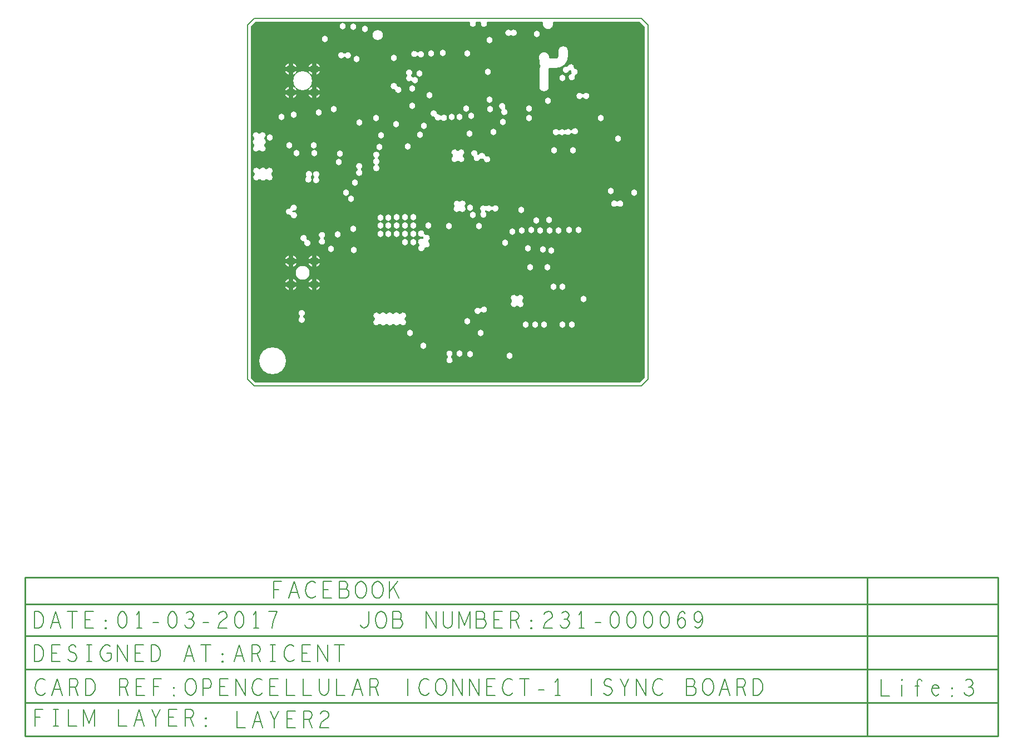
<source format=gbr>
G04 ================== begin FILE IDENTIFICATION RECORD ==================*
G04 Layout Name:  Fb_Connect1_SYNC_Life-3.brd*
G04 Film Name:    L2-GND.gbr*
G04 File Format:  Gerber RS274X*
G04 File Origin:  Cadence Allegro 16.6-2015-S065*
G04 Origin Date:  Tue Jan 03 17:02:02 2017*
G04 *
G04 Layer:  VIA CLASS/GND*
G04 Layer:  PIN/GND*
G04 Layer:  ETCH/GND*
G04 Layer:  DRAWING FORMAT/L2*
G04 Layer:  DRAWING FORMAT/FILM_LABEL_OUTLINE*
G04 Layer:  BOARD GEOMETRY/OUTLINE*
G04 *
G04 Offset:    (0.000 0.000)*
G04 Mirror:    No*
G04 Mode:      Positive*
G04 Rotation:  0*
G04 FullContactRelief:  No*
G04 UndefLineWidth:     6.000*
G04 ================== end FILE IDENTIFICATION RECORD ====================*
%FSLAX25Y25*MOIN*%
%IR0*IPPOS*OFA0.00000B0.00000*MIA0B0*SFA1.00000B1.00000*%
%ADD12C,.208661*%
%ADD13C,.314961*%
%ADD11C,.022*%
%ADD10C,.053*%
%ADD14C,.01*%
%ADD15C,.025*%
%ADD16C,.006*%
%ADD20C,.113004*%
%ADD22C,.160004*%
%ADD18C,.062004*%
%ADD19C,.073004*%
%ADD21C,.083004*%
%ADD17C,.038004*%
G75*
%LPD*%
G75*
G36*
G01X139629Y218000D02*
G02X139997Y217443I0J-400D01*
G03X143495I1749J-743D01*
G02X143863Y218000I368J156D01*
G01X176817D01*
G02X177204Y217497I0J-400D01*
G03X183196I2996J-797D01*
G02X183583Y218000I387J103D01*
G01X235171D01*
X238000Y215171D01*
Y4829D01*
X235171Y2000D01*
X4829D01*
X2000Y4829D01*
Y215171D01*
X4829Y218000D01*
X133048D01*
G02X133416Y217443I0J-400D01*
G03X136914I1749J-743D01*
G02X137282Y218000I368J156D01*
G01X139629D01*
G37*
%LPC*%
G75*
G36*
G01X122163Y17014D02*
G02X120190I-987J-1624D01*
G03Y17697I-208J342D01*
G02X122163I987J1624D01*
G03Y17014I208J-342D01*
G37*
G36*
G01X79029Y37151D02*
G02X76438Y39742I-1652J939D01*
G03Y40438I-198J348D01*
G02X79029Y43028I939J1652D01*
G03X79724I348J198D01*
G02X83029I1652J-939D01*
G03X83724I348J198D01*
G02X87029I1652J-939D01*
G03X87724I348J198D01*
G02X91029I1652J-939D01*
G03X91724I348J198D01*
G02X94315Y40438I1652J-939D01*
G03Y39742I198J-348D01*
G02X91724Y37151I-939J-1652D01*
G03X91029I-348J-198D01*
G02X87724I-1652J939D01*
G03X87029I-348J-198D01*
G02X83724I-1652J939D01*
G03X83029I-348J-198D01*
G02X79724I-1652J939D01*
G03X79029I-348J-198D01*
G37*
G36*
G01X33539Y41252D02*
G02X31661I-939J-1652D01*
G03Y41948I-198J348D01*
G02X33539I939J1652D01*
G03Y41252I198J-348D01*
G37*
G36*
G01X161379Y47992D02*
G02X158612Y50507I-1611J1008D01*
G03X158600Y51151I-244J317D01*
G02X161311Y53708I1100J1549D01*
G03X161989I339J212D01*
G02X164757Y51193I1611J-1008D01*
G03X164769Y50549I244J-317D01*
G02X162058Y47992I-1100J-1549D01*
G03X161379I-339J-212D01*
G37*
G36*
G01X106200Y82536D02*
G02X103116Y83986I-1900J-36D01*
G03X103094Y84628I-249J313D01*
G02X105063Y87871I1082J1562D01*
G03X105641Y88307I187J354D01*
G02X105637Y89074I1859J393D01*
G03X105059Y89507I-392J79D01*
G02X106040Y90816I-882J1683D01*
G03X106618Y90383I392J-79D01*
G02X108396Y87024I882J-1683D01*
G03X108379Y86329I189J-353D01*
G02X106739Y82918I-979J-1629D01*
G03X106200Y82536I-139J-375D01*
G37*
G36*
G01X45803Y88026D02*
G02X43771Y88010I-1003J-1614D01*
G03X43766Y88686I-217J336D01*
G02X45797Y88702I1003J1614D01*
G03X45803Y88026I217J-336D01*
G37*
G36*
G01X142596Y104152D02*
G02X140239Y104021I-1096J-1552D01*
G03X140204Y104648I-265J299D01*
G02X142653Y107534I1096J1552D01*
G03X143239Y107552I285J281D01*
G02X146321Y107239I1430J-1252D01*
G03X147016I348J198D01*
G02Y105361I1652J-939D01*
G03X146321I-348J-198D01*
G02X143316Y104966I-1652J939D01*
G03X142730Y104948I-285J-281D01*
G02X142561Y104779I-1430J1251D01*
G03X142596Y104152I265J-299D01*
G37*
G36*
G01X7052Y123861D02*
G02X4461Y126452I-1652J939D01*
G03Y127148I-198J348D01*
G02X7052Y129739I939J1652D01*
G03X7748I348J198D01*
G02X11052I1652J-939D01*
G03X11748I348J198D01*
G02X14339Y127148I1652J-939D01*
G03Y126452I198J-348D01*
G02X11748Y123861I-939J-1652D01*
G03X11052I-348J-198D01*
G02X7748I-1652J939D01*
G03X7052I-348J-198D01*
G37*
G36*
G01X68039Y129252D02*
G02X66161I-939J-1652D01*
G03Y129948I-198J348D01*
G02X68039I939J1652D01*
G03Y129252I198J-348D01*
G37*
G36*
G01X78239Y132052D02*
G02X76361I-939J-1652D01*
G03Y132748I-198J348D01*
G02Y136052I939J1652D01*
G03Y136748I-198J348D01*
G02X78239I939J1652D01*
G03Y136052I198J-348D01*
G02Y132748I-939J-1652D01*
G03Y132052I198J-348D01*
G37*
G36*
G01X125852Y134861D02*
G02X123261Y137452I-1652J939D01*
G03Y138148I-198J348D01*
G02X125852Y140739I939J1652D01*
G03X126548I348J198D01*
G02X129139Y138148I1652J-939D01*
G03Y137452I198J-348D01*
G02X126548Y134861I-939J-1652D01*
G03X125852I-348J-198D01*
G37*
G36*
G01X6852Y141161D02*
G02X4261Y143752I-1652J939D01*
G03Y144448I-198J348D01*
G02Y147752I939J1652D01*
G03Y148448I-198J348D01*
G02X6852Y151039I939J1652D01*
G03X7548I348J198D01*
G02X10139Y148448I1652J-939D01*
G03Y147752I198J-348D01*
G02Y144448I-939J-1652D01*
G03Y143752I198J-348D01*
G02X7548Y141161I-939J-1652D01*
G03X6852I-348J-198D01*
G37*
G36*
G01X186428Y150771D02*
G02Y153029I-1528J1129D01*
G03X187072I322J238D01*
G02X190022Y153161I1528J-1129D01*
G03X190648Y153196I299J265D01*
G02X193831Y153074I1552J-1096D01*
G03X194544Y153127I343J205D01*
G02X194669Y151426I1756J-727D01*
G03X193956Y151373I-343J-205D01*
G02X190778Y150839I-1756J727D01*
G03X190152Y150804I-299J-265D01*
G02X187072Y150771I-1552J1096D01*
G03X186428I-322J-238D01*
G37*
G36*
G01X200752Y172661D02*
G02Y174539I-1652J939D01*
G03X201448I348J198D01*
G02Y172661I1652J-939D01*
G03X200752I-348J-198D01*
G37*
G36*
G01X58671Y198879D02*
G02X58624Y197004I1629J-979D01*
G03X57929Y197021I-353J-189D01*
G02X57976Y198896I-1629J979D01*
G03X58671Y198879I353J189D01*
G37*
G36*
G01X102457Y199565D02*
G02X102357Y197600I1574J-1065D01*
G03X101674Y197635I-352J-189D01*
G02X101774Y199600I-1574J1065D01*
G03X102457Y199565I352J189D01*
G37*
G36*
G01X140453Y44322D02*
G03X139806Y44191I-279J-287D01*
G02X139380Y46290I-1751J738D01*
G03X140028Y46422I279J287D01*
G02X140453Y44322I1751J-738D01*
G37*
G36*
G01X35587Y87948D02*
G03X35975Y87432I383J-116D01*
G02X34182Y86084I25J-1900D01*
G03X33794Y86600I-383J116D01*
G02X35587Y87948I-25J1900D01*
G37*
G36*
G01X26001Y102125D02*
G03X25480Y102490I-400J-16D01*
G02X25401Y106133I-580J1810D01*
G03X25906Y106550I106J386D01*
G02X27299Y104867I1894J150D01*
G03X26794Y104450I-106J-386D01*
G02X26799Y104375I-1894J-149D01*
G03X27320Y104010I400J16D01*
G02X26001Y102125I580J-1810D01*
G37*
G36*
G01X127496Y104720D02*
G03X126904I-296J-269D01*
G02X124102Y107287I-1404J1280D01*
G03X124120Y107809I-294J271D01*
G02X126923Y110364I1480J1191D01*
G03X127497Y110381I278J287D01*
G02X130304Y107820I1403J-1281D01*
G03Y107280I296J-269D01*
G02X127496Y104720I-1404J-1280D01*
G37*
G36*
G01X221966Y107867D02*
G03X221358I-304J-260D01*
G02Y110333I-1446J1233D01*
G03X221966I304J260D01*
G02Y107867I1446J-1233D01*
G37*
G36*
G01X42491Y125219D02*
G03X42473Y124610I251J-312D01*
G02X40009Y124681I-1273J-1410D01*
G03X40027Y125290I-251J312D01*
G02X42491Y125219I1273J1410D01*
G37*
G36*
G01X35370Y125049D02*
G03X35422Y125605I-259J305D01*
G02X38130Y125351I1478J1195D01*
G03X38078Y124795I259J-305D01*
G02X35370Y125049I-1478J-1195D01*
G37*
G36*
G01X135715Y136977D02*
G03X135450Y137481I-381J121D01*
G02X137810Y138723I551J1819D01*
G03X138076Y138219I381J-121D01*
G02X138286Y138141I-550J-1819D01*
G03X138821Y138367I160J367D01*
G02X142496Y137828I1779J-667D01*
G03X143035Y137480I399J27D01*
G02X141804Y135572I665J-1780D01*
G03X141265Y135920I-399J-27D01*
G02X139839Y135959I-665J1780D01*
G03X139304Y135733I-160J-367D01*
G02X135715Y136977I-1779J667D01*
G37*
G36*
G01X115752Y161796D02*
G03X116378Y161761I327J231D01*
G02X116248Y159404I1422J-1261D01*
G03X115622Y159439I-327J-231D01*
G02X112302Y160790I-1422J1261D01*
G03X111867Y161207I-400J19D01*
G02X113598Y163010I-167J1893D01*
G03X114033Y162593I400J-19D01*
G02X115752Y161796I167J-1893D01*
G37*
G36*
G01X154328Y166422D02*
G03X154547Y165820I335J-219D01*
G02X152410Y165040I-547J-1820D01*
G03X152190Y165642I-335J219D01*
G02X154328Y166422I547J1820D01*
G37*
G36*
G01X89699Y179554D02*
G03X90169Y179171I400J11D01*
G02X88601Y177246I331J-1871D01*
G03X88131Y177629I-400J-11D01*
G02X89699Y179554I-331J1871D01*
G37*
G36*
G01X180631Y189700D02*
Y179100D01*
G02X175030I-2800J0D01*
G01Y189700D01*
G02X175686Y191500I2800J0D01*
G02X175030Y193300I2145J1800D01*
G01Y195300D01*
G02X180929Y196511I2800J1330D01*
G03X181350Y196096I400J-15D01*
G02X181501Y196100I151J-2796D01*
G01X185521D01*
G03X186111Y196345I0J835D01*
G03X186500Y197283I-938J938D01*
G01Y200598D01*
G02X192100I2800J0D01*
G01Y197283D01*
G02X190071Y192385I-6927J0D01*
G02X185521Y190500I-4551J4551D01*
G01X181501D01*
G02X181063Y190534I0J2800D01*
G03X180604Y190084I-62J-395D01*
G02X180631Y189700I-2774J-384D01*
G37*
G36*
G01X98801Y184806D02*
G03X99410Y184606I379J128D01*
G02X98699Y182444I1090J-1556D01*
G03X98090Y182644I-379J-128D01*
G02X95720Y185604I-1090J1556D01*
G03Y186196I-269J296D01*
G02X98280I1280J1404D01*
G03Y185604I269J-296D01*
G02X98801Y184806I-1280J-1404D01*
G37*
G36*
G01X196494Y186141D02*
G03X196211Y185590I83J-391D01*
G02X194074Y186690I-1742J-759D01*
G03X194358Y187241I-83J391D01*
G02X194236Y188372I1742J759D01*
G03X193845Y188850I-392J78D01*
G02X193241Y188950I5J1900D01*
G03X192728Y188681I-128J-379D01*
G02X191509Y191000I-1828J519D01*
G03X192022Y191269I128J379D01*
G02X195714Y190378I1828J-519D01*
G03X196105Y189900I392J-78D01*
G02X196494Y186141I-5J-1900D01*
G37*
G36*
G01X158320Y209996D02*
G03X157780I-269J-296D01*
G02Y212804I-1281J1404D01*
G03X158320I269J296D01*
G02Y209996I1281J-1404D01*
G37*
G54D20*
X33068Y182858D03*
G54D22*
X15000Y15000D03*
G54D18*
X78069Y209900D03*
G54D19*
X40076Y189865D03*
Y175850D03*
Y74550D03*
Y60535D03*
X26061Y189865D03*
Y175850D03*
Y74550D03*
Y60535D03*
G54D21*
X33068Y67542D03*
G54D17*
X231811Y115689D03*
X211980Y160247D03*
X222200Y147900D03*
X217772Y116800D03*
X195190Y140988D03*
X198331Y93300D03*
X201370Y51970D03*
X194468Y36700D03*
X180000Y170612D03*
X188968Y184400D03*
X183968Y140988D03*
X180978Y99222D03*
X192731Y93300D03*
X181031Y93000D03*
X186531D03*
X179689Y70911D03*
X182248Y81052D03*
X183500Y59500D03*
X188700Y59300D03*
X177968Y36700D03*
X188968D03*
X173531Y210750D03*
X168957Y166153D03*
Y160247D03*
X164031Y105506D03*
X170031Y93300D03*
X164431Y93000D03*
X175531D03*
X173300Y99124D03*
X169453Y70947D03*
X177130Y81600D03*
X168100Y82450D03*
X166968Y36700D03*
X172468D03*
X145200Y207068D03*
X144200Y188100D03*
X145000Y171300D03*
X153100Y158200D03*
X147631Y151931D03*
X145481Y165600D03*
X154532Y85732D03*
X158931Y92500D03*
X157158Y18090D03*
X131950Y198900D03*
X134000Y161800D03*
X131100Y166000D03*
X127200Y161200D03*
X133200Y150900D03*
X135200Y102300D03*
X133550Y106750D03*
X138831Y95818D03*
X131777Y38790D03*
X133377Y18990D03*
X139911Y31624D03*
X127177Y19321D03*
X110300Y198900D03*
X117100Y199400D03*
X122600Y161200D03*
X120831Y95818D03*
X103300Y186900D03*
X98700Y178200D03*
Y167700D03*
X109300Y174000D03*
X105800Y155820D03*
X96235Y143235D03*
X103382Y150462D03*
X99477Y100890D03*
X94477D03*
X108418Y96182D03*
X99577Y86190D03*
X94477Y96190D03*
X99477D03*
X94477Y91190D03*
X99477D03*
X94377Y86190D03*
X105434Y23965D03*
X97600Y31700D03*
X87700Y196300D03*
X77144Y160456D03*
X89000Y156800D03*
X79068Y143000D03*
X80136Y150100D03*
X84477Y100590D03*
X89477Y100890D03*
X79977Y100590D03*
X84477Y95890D03*
X89477Y96190D03*
Y91190D03*
X79977D03*
X84477D03*
X79977Y95890D03*
X63550Y215000D03*
X70500Y213600D03*
X65600Y195600D03*
X67200Y157800D03*
X64400Y121600D03*
X62005Y112125D03*
X59300Y115753D03*
X63400Y93950D03*
X63700Y81500D03*
X57224Y215224D03*
X46500Y207800D03*
X51770Y165630D03*
X42717Y163783D03*
X54950Y133950D03*
X55400Y138950D03*
X54100Y90700D03*
X50269Y82100D03*
X27724Y162500D03*
X39887Y143900D03*
X25300Y143950D03*
X40000Y139500D03*
X29500D03*
X20500Y161000D03*
X13500Y148600D03*
%LPD*%
G75*
G54D10*
X26061Y60535D03*
Y74550D03*
Y175850D03*
Y189865D03*
X40076Y60535D03*
Y74550D03*
Y175850D03*
Y189865D03*
G54D11*
X14537Y99900D03*
X14300Y95132D03*
X14537Y104900D03*
Y109900D03*
Y114900D03*
Y119900D03*
Y134900D03*
Y139900D03*
X11368Y137868D03*
X11868Y157932D03*
X15500Y158500D03*
X38527Y13808D03*
X38500Y42900D03*
X28047Y91100D03*
X40968Y110300D03*
Y115300D03*
X37968Y112800D03*
X29800Y125200D03*
X26000Y138000D03*
X37000D03*
X40500Y150900D03*
X32000Y161500D03*
X40500Y160000D03*
X36217Y155402D03*
X49527Y13803D03*
X51140Y104870D03*
X53700Y102500D03*
X51700Y131450D03*
X55737Y125316D03*
X52050Y126450D03*
X51900Y150300D03*
X51050Y141450D03*
X51750Y136450D03*
X54824Y162861D03*
X51900Y155300D03*
X50250Y178660D03*
X56220Y178560D03*
X54824Y174476D03*
X57800Y187230D03*
X50501Y190500D03*
X73700Y94100D03*
X68300Y93800D03*
X65900Y112300D03*
X69800Y116200D03*
X69300Y148800D03*
X72605Y145850D03*
X67650Y139350D03*
X70800Y160800D03*
X66000Y153100D03*
X74700Y153700D03*
X75700Y172800D03*
X70860Y178810D03*
X75705Y178905D03*
X65038Y190500D03*
X75370Y187320D03*
X88877Y66064D03*
X83677Y65990D03*
X78877Y66090D03*
X81700Y133400D03*
X88500Y133000D03*
X84200Y121200D03*
X80000Y117200D03*
X81700Y140000D03*
X86700Y141100D03*
X81700Y159800D03*
X80105Y153850D03*
X81739Y182858D03*
X86600Y175900D03*
X86950Y169550D03*
X90300Y201100D03*
X76320Y191050D03*
X86500Y193000D03*
X77000Y195600D03*
X86515Y189985D03*
X92000Y216600D03*
X86000Y209400D03*
X90200Y209700D03*
X100677Y22321D03*
X104868Y27900D03*
X103268Y37183D03*
X94468Y66000D03*
X108177Y52743D03*
X104577Y69037D03*
X100518Y143999D03*
X98600Y154850D03*
X98700Y173350D03*
X95200Y178100D03*
X107200Y199900D03*
X96210Y201180D03*
X102000Y216600D03*
X108300Y210200D03*
X103500Y210100D03*
X99487Y210187D03*
X115679Y10340D03*
X119877Y30258D03*
X123900Y41300D03*
X119500Y38200D03*
X123600Y38300D03*
X119500Y41200D03*
X112588Y48899D03*
X116076Y52857D03*
X126415Y53390D03*
X114831Y95792D03*
X119250Y151200D03*
X115250D03*
X111250D03*
X121000Y169800D03*
X117500Y173300D03*
X124500D03*
X117500Y169800D03*
X124500D03*
X121000Y173300D03*
X113500Y199500D03*
X120631D03*
X122000Y216600D03*
X112000D03*
X112900Y210100D03*
X121000Y210200D03*
X124500D03*
X117500Y210400D03*
X129327Y50290D03*
X138027Y50643D03*
X126868Y95792D03*
X132468D03*
X127831Y118700D03*
X128000Y122000D03*
X127100Y151400D03*
X135100Y200060D03*
X139600Y198700D03*
X131000Y216600D03*
X138500Y209600D03*
X147045Y27190D03*
X147930Y33000D03*
X144668Y95792D03*
X152131D03*
X155600Y95700D03*
X148900Y119100D03*
X152931Y141288D03*
X145481Y159950D03*
X145600Y155600D03*
X150200Y155300D03*
X147300Y198300D03*
X149062Y195738D03*
X145720Y216700D03*
X149505Y216600D03*
X153305Y216700D03*
X163600Y29900D03*
X160968Y36700D03*
X160668Y63400D03*
X168957Y154247D03*
X167600Y172900D03*
X171768Y195738D03*
X162336D03*
X167397Y211100D03*
X183468Y36700D03*
X192484Y71016D03*
X189468Y140988D03*
X193668Y165800D03*
X186668D03*
X190268Y163200D03*
X193668Y160800D03*
X186668D03*
X182831Y173000D03*
X193713Y197813D03*
X182887D03*
X193713Y215587D03*
X184700Y216800D03*
X208400Y52000D03*
X207825Y55675D03*
X204280Y93162D03*
X201800Y140900D03*
X200190Y185012D03*
X222000Y76000D03*
X223331Y68331D03*
X219000Y98300D03*
X215789Y106211D03*
X226742Y129958D03*
X211869Y138532D03*
X211980Y166153D03*
X212000Y153200D03*
X223080Y155890D03*
G54D12*
X79218Y19728D03*
X177643D03*
G54D13*
X218400Y21600D03*
Y198400D03*
G54D14*
G01X-133069Y-114500D02*
X371600D01*
Y-209700D01*
X-133069D01*
G01Y-114500D02*
Y-209700D01*
G01Y-189700D02*
X449900D01*
G01X-133069Y-169700D02*
X449900D01*
G01X-133069Y-149700D02*
X449900D01*
G01X-133069Y-130500D02*
X449900D01*
G01X371600Y-114500D02*
X449900D01*
Y-209700D01*
X371600D01*
G54D15*
G01X22210Y60535D02*
X26061D01*
G01X22210Y74550D02*
X26061D01*
G01X22210Y175850D02*
X26061D01*
G01X22210Y189865D02*
X26061D01*
G01X40076Y56684D02*
Y60535D01*
G01D02*
Y64385D01*
G01X36226Y60535D02*
X40076D01*
G01D02*
X43927D01*
G01X26061Y56684D02*
Y60535D01*
G01D02*
Y64385D01*
G01Y60535D02*
X29911D01*
G01X40076Y70700D02*
Y74550D01*
G01D02*
Y78401D01*
G01X36226Y74550D02*
X40076D01*
G01D02*
X43927D01*
G01X26061Y70700D02*
Y74550D01*
G01D02*
Y78401D01*
G01Y74550D02*
X29911D01*
G01X40076Y171999D02*
Y175850D01*
G01D02*
Y179700D01*
G01X36226Y175850D02*
X40076D01*
G01D02*
X43927D01*
G01X26061Y171999D02*
Y175850D01*
G01D02*
Y179700D01*
G01Y175850D02*
X29911D01*
G01X40076Y186015D02*
Y189865D01*
G01D02*
Y193716D01*
G01X36226Y189865D02*
X40076D01*
G01D02*
X43927D01*
G01X26061Y186015D02*
Y189865D01*
G01D02*
Y193716D01*
G01Y189865D02*
X29911D01*
G54D16*
G01X-127194Y-203500D02*
Y-193500D01*
X-122444D01*
G01X-124194Y-198333D02*
X-127194D01*
G01X-116319Y-193500D02*
X-113320D01*
G01X-114819D02*
Y-203500D01*
G01X-116319D02*
X-113320D01*
G01X-107319Y-193500D02*
Y-203500D01*
X-102319D01*
G01X-98069D02*
Y-193500D01*
X-94819Y-201833D01*
X-91569Y-193500D01*
Y-203500D01*
G01X-77319Y-193500D02*
Y-203500D01*
X-72319D01*
G01X-67944D02*
X-64819Y-193500D01*
X-61694Y-203500D01*
G01X-62819Y-200000D02*
X-66819D01*
G01X-54819Y-203500D02*
Y-199000D01*
X-57319Y-193500D01*
G01X-52319D02*
X-54819Y-199000D01*
G01X-42319Y-203500D02*
X-47319D01*
Y-193500D01*
X-42319D01*
G01X-44319Y-198333D02*
X-47319D01*
G01X-37319Y-203500D02*
Y-193500D01*
X-34194D01*
X-33194Y-194000D01*
X-32569Y-194667D01*
X-32319Y-196000D01*
X-32569Y-197333D01*
X-33319Y-198167D01*
X-34194Y-198667D01*
X-37319D01*
G01X-34194D02*
X-32319Y-203500D01*
G01X-24819Y-203833D02*
X-25069Y-203667D01*
Y-203333D01*
X-24819Y-203167D01*
X-24569Y-203333D01*
Y-203667D01*
X-24819Y-203833D01*
G01Y-199334D02*
X-25069Y-199167D01*
Y-198833D01*
X-24819Y-198667D01*
X-24569Y-198833D01*
Y-199167D01*
X-24819Y-199334D01*
G01X-127569Y-165000D02*
Y-155000D01*
X-125069D01*
X-124069Y-155500D01*
X-123319Y-156167D01*
X-122694Y-157166D01*
X-122194Y-158334D01*
X-122069Y-160000D01*
X-122194Y-161667D01*
X-122694Y-162834D01*
X-123319Y-163834D01*
X-124069Y-164500D01*
X-125069Y-165000D01*
X-127569D01*
G01X-112319D02*
X-117319D01*
Y-155000D01*
X-112319D01*
G01X-114319Y-159833D02*
X-117319D01*
G01X-107444Y-163667D02*
X-106444Y-164500D01*
X-105319Y-165000D01*
X-104319D01*
X-103319Y-164500D01*
X-102569Y-163667D01*
X-102194Y-162500D01*
X-102444Y-161334D01*
X-103069Y-160333D01*
X-104194Y-159667D01*
X-105694Y-159333D01*
X-106569Y-158667D01*
X-106944Y-157500D01*
X-106694Y-156333D01*
X-106069Y-155500D01*
X-105194Y-155000D01*
X-104319D01*
X-103444Y-155333D01*
X-102694Y-156167D01*
G01X-96319Y-155000D02*
X-93320D01*
G01X-94819D02*
Y-165000D01*
G01X-96319D02*
X-93320D01*
G01X-84069Y-160000D02*
X-81569D01*
Y-163000D01*
X-82319Y-164000D01*
X-83194Y-164667D01*
X-84444Y-165000D01*
X-85694Y-164667D01*
X-86569Y-164000D01*
X-87319Y-163000D01*
X-87820Y-161833D01*
X-88069Y-160500D01*
Y-159333D01*
X-87820Y-158334D01*
X-87319Y-157166D01*
X-86569Y-156167D01*
X-85819Y-155500D01*
X-84819Y-155000D01*
X-83944D01*
X-82944Y-155333D01*
X-82194Y-156000D01*
G01X-77694Y-165000D02*
Y-155000D01*
X-71944Y-165000D01*
Y-155000D01*
G01X-62319Y-165000D02*
X-67319D01*
Y-155000D01*
X-62319D01*
G01X-64319Y-159833D02*
X-67319D01*
G01X-57569Y-165000D02*
Y-155000D01*
X-55069D01*
X-54069Y-155500D01*
X-53319Y-156167D01*
X-52694Y-157166D01*
X-52194Y-158334D01*
X-52069Y-160000D01*
X-52194Y-161667D01*
X-52694Y-162834D01*
X-53319Y-163834D01*
X-54069Y-164500D01*
X-55069Y-165000D01*
X-57569D01*
G01X-37944D02*
X-34819Y-155000D01*
X-31694Y-165000D01*
G01X-32819Y-161500D02*
X-36819D01*
G01X-24819Y-155000D02*
Y-165000D01*
G01X-27694Y-155000D02*
X-21944D01*
G01X-14819Y-165333D02*
X-15069Y-165167D01*
Y-164833D01*
X-14819Y-164667D01*
X-14569Y-164833D01*
Y-165167D01*
X-14819Y-165333D01*
G01Y-160834D02*
X-15069Y-160667D01*
Y-160333D01*
X-14819Y-160167D01*
X-14569Y-160333D01*
Y-160667D01*
X-14819Y-160834D01*
G01X-7944Y-165000D02*
X-4819Y-155000D01*
X-1694Y-165000D01*
G01X-2819Y-161500D02*
X-6819D01*
G01X2681Y-165000D02*
Y-155000D01*
X5806D01*
X6806Y-155500D01*
X7431Y-156167D01*
X7681Y-157500D01*
X7431Y-158833D01*
X6681Y-159667D01*
X5806Y-160167D01*
X2681D01*
G01X5806D02*
X7681Y-165000D01*
G01X13681Y-155000D02*
X16680D01*
G01X15181D02*
Y-165000D01*
G01X13681D02*
X16680D01*
G01X27931Y-155834D02*
X27181Y-155333D01*
X26306Y-155000D01*
X25306D01*
X24181Y-155500D01*
X23306Y-156333D01*
X22681Y-157333D01*
X22180Y-159000D01*
X22056Y-160500D01*
X22306Y-162000D01*
X22681Y-163000D01*
X23431Y-164000D01*
X24306Y-164667D01*
X25181Y-165000D01*
X26056D01*
X26931Y-164667D01*
X27681Y-164167D01*
X28306Y-163500D01*
G01X37681Y-165000D02*
X32681D01*
Y-155000D01*
X37681D01*
G01X35681Y-159833D02*
X32681D01*
G01X42306Y-165000D02*
Y-155000D01*
X48056Y-165000D01*
Y-155000D01*
G01X55181D02*
Y-165000D01*
G01X52306Y-155000D02*
X58056D01*
G01X-127569Y-145000D02*
Y-135000D01*
X-125069D01*
X-124069Y-135500D01*
X-123319Y-136167D01*
X-122694Y-137166D01*
X-122194Y-138334D01*
X-122069Y-140000D01*
X-122194Y-141667D01*
X-122694Y-142834D01*
X-123319Y-143834D01*
X-124069Y-144500D01*
X-125069Y-145000D01*
X-127569D01*
G01X-117944D02*
X-114819Y-135000D01*
X-111694Y-145000D01*
G01X-112819Y-141500D02*
X-116819D01*
G01X-104819Y-135000D02*
Y-145000D01*
G01X-107694Y-135000D02*
X-101944D01*
G01X-92319Y-145000D02*
X-97319D01*
Y-135000D01*
X-92319D01*
G01X-94319Y-139833D02*
X-97319D01*
G01X-84819Y-145333D02*
X-85069Y-145167D01*
Y-144833D01*
X-84819Y-144667D01*
X-84569Y-144833D01*
Y-145167D01*
X-84819Y-145333D01*
G01Y-140834D02*
X-85069Y-140667D01*
Y-140333D01*
X-84819Y-140167D01*
X-84569Y-140333D01*
Y-140667D01*
X-84819Y-140834D01*
G01X-74819Y-135000D02*
X-75819Y-135333D01*
X-76569Y-136167D01*
X-77069Y-137166D01*
X-77444Y-138500D01*
X-77569Y-140000D01*
X-77444Y-141500D01*
X-77069Y-142834D01*
X-76569Y-143834D01*
X-75819Y-144667D01*
X-74819Y-145000D01*
X-73819Y-144667D01*
X-73069Y-143834D01*
X-72569Y-142834D01*
X-72194Y-141500D01*
X-72069Y-140000D01*
X-72194Y-138500D01*
X-72569Y-137166D01*
X-73069Y-136167D01*
X-73819Y-135333D01*
X-74819Y-135000D01*
G01X-64819Y-145000D02*
Y-135000D01*
X-66319Y-137000D01*
G01Y-145000D02*
X-63320D01*
G01X-56444Y-141667D02*
X-53194D01*
G01X-44819Y-135000D02*
X-45819Y-135333D01*
X-46569Y-136167D01*
X-47069Y-137166D01*
X-47444Y-138500D01*
X-47569Y-140000D01*
X-47444Y-141500D01*
X-47069Y-142834D01*
X-46569Y-143834D01*
X-45819Y-144667D01*
X-44819Y-145000D01*
X-43819Y-144667D01*
X-43069Y-143834D01*
X-42569Y-142834D01*
X-42194Y-141500D01*
X-42069Y-140000D01*
X-42194Y-138500D01*
X-42569Y-137166D01*
X-43069Y-136167D01*
X-43819Y-135333D01*
X-44819Y-135000D01*
G01X-37569Y-143000D02*
X-36819Y-144167D01*
X-35819Y-144833D01*
X-34694Y-145000D01*
X-33694Y-144833D01*
X-32694Y-144000D01*
X-32069Y-143000D01*
X-31944Y-142000D01*
X-32194Y-140834D01*
X-33069Y-140000D01*
X-33944Y-139667D01*
X-35069D01*
G01X-33944D02*
X-33194Y-139167D01*
X-32569Y-138334D01*
X-32319Y-137333D01*
X-32569Y-136333D01*
X-33194Y-135500D01*
X-34319Y-135000D01*
X-35444Y-135167D01*
X-36569Y-135834D01*
G01X-26444Y-141667D02*
X-23194D01*
G01X-17194Y-136667D02*
X-16444Y-135667D01*
X-15569Y-135167D01*
X-14569Y-135000D01*
X-13319Y-135333D01*
X-12444Y-136167D01*
X-12194Y-137166D01*
X-12319Y-138167D01*
X-12819Y-139000D01*
X-15319Y-140667D01*
X-16444Y-141833D01*
X-17194Y-143500D01*
X-17444Y-145000D01*
X-12194D01*
G01X-4819Y-135000D02*
X-5819Y-135333D01*
X-6569Y-136167D01*
X-7069Y-137166D01*
X-7444Y-138500D01*
X-7569Y-140000D01*
X-7444Y-141500D01*
X-7069Y-142834D01*
X-6569Y-143834D01*
X-5819Y-144667D01*
X-4819Y-145000D01*
X-3819Y-144667D01*
X-3069Y-143834D01*
X-2569Y-142834D01*
X-2194Y-141500D01*
X-2069Y-140000D01*
X-2194Y-138500D01*
X-2569Y-137166D01*
X-3069Y-136167D01*
X-3819Y-135333D01*
X-4819Y-135000D01*
G01X5181Y-145000D02*
Y-135000D01*
X3681Y-137000D01*
G01Y-145000D02*
X6680D01*
G01X14931D02*
X15181Y-142834D01*
X15556Y-141000D01*
X16056Y-139333D01*
X16681Y-137500D01*
X17681Y-135000D01*
X12681D01*
G01X-121200Y-176034D02*
X-121950Y-175533D01*
X-122825Y-175200D01*
X-123825D01*
X-124950Y-175700D01*
X-125825Y-176533D01*
X-126450Y-177533D01*
X-126950Y-179200D01*
X-127075Y-180700D01*
X-126825Y-182200D01*
X-126450Y-183200D01*
X-125700Y-184200D01*
X-124825Y-184867D01*
X-123950Y-185200D01*
X-123075D01*
X-122200Y-184867D01*
X-121450Y-184367D01*
X-120825Y-183700D01*
G01X-117075Y-185200D02*
X-113950Y-175200D01*
X-110825Y-185200D01*
G01X-111950Y-181700D02*
X-115950D01*
G01X-106450Y-185200D02*
Y-175200D01*
X-103325D01*
X-102325Y-175700D01*
X-101700Y-176367D01*
X-101450Y-177700D01*
X-101700Y-179033D01*
X-102450Y-179867D01*
X-103325Y-180367D01*
X-106450D01*
G01X-103325D02*
X-101450Y-185200D01*
G01X-96700D02*
Y-175200D01*
X-94200D01*
X-93200Y-175700D01*
X-92450Y-176367D01*
X-91825Y-177366D01*
X-91325Y-178534D01*
X-91200Y-180200D01*
X-91325Y-181867D01*
X-91825Y-183034D01*
X-92450Y-184034D01*
X-93200Y-184700D01*
X-94200Y-185200D01*
X-96700D01*
G01X-76450D02*
Y-175200D01*
X-73325D01*
X-72325Y-175700D01*
X-71700Y-176367D01*
X-71450Y-177700D01*
X-71700Y-179033D01*
X-72450Y-179867D01*
X-73325Y-180367D01*
X-76450D01*
G01X-73325D02*
X-71450Y-185200D01*
G01X-61450D02*
X-66450D01*
Y-175200D01*
X-61450D01*
G01X-63450Y-180033D02*
X-66450D01*
G01X-56325Y-185200D02*
Y-175200D01*
X-51575D01*
G01X-53325Y-180033D02*
X-56325D01*
G01X-43950Y-185533D02*
X-44200Y-185367D01*
Y-185033D01*
X-43950Y-184867D01*
X-43700Y-185033D01*
Y-185367D01*
X-43950Y-185533D01*
G01Y-181034D02*
X-44200Y-180867D01*
Y-180533D01*
X-43950Y-180367D01*
X-43700Y-180533D01*
Y-180867D01*
X-43950Y-181034D01*
G01X-33950Y-185200D02*
X-34950Y-185033D01*
X-35825Y-184367D01*
X-36575Y-183367D01*
X-37075Y-182200D01*
X-37325Y-180867D01*
Y-179533D01*
X-37075Y-178200D01*
X-36575Y-177033D01*
X-35825Y-176034D01*
X-34950Y-175367D01*
X-33950Y-175200D01*
X-32950Y-175367D01*
X-32075Y-176034D01*
X-31325Y-177033D01*
X-30825Y-178200D01*
X-30575Y-179533D01*
Y-180867D01*
X-30825Y-182200D01*
X-31325Y-183367D01*
X-32075Y-184367D01*
X-32950Y-185033D01*
X-33950Y-185200D01*
G01X-26450D02*
Y-175200D01*
X-23450D01*
X-22450Y-175700D01*
X-21700Y-176867D01*
X-21450Y-178200D01*
X-21700Y-179533D01*
X-22325Y-180533D01*
X-23450Y-181034D01*
X-26450D01*
G01X-11450Y-185200D02*
X-16450D01*
Y-175200D01*
X-11450D01*
G01X-13450Y-180033D02*
X-16450D01*
G01X-6825Y-185200D02*
Y-175200D01*
X-1075Y-185200D01*
Y-175200D01*
G01X8800Y-176034D02*
X8050Y-175533D01*
X7175Y-175200D01*
X6175D01*
X5050Y-175700D01*
X4175Y-176533D01*
X3550Y-177533D01*
X3050Y-179200D01*
X2925Y-180700D01*
X3175Y-182200D01*
X3550Y-183200D01*
X4300Y-184200D01*
X5175Y-184867D01*
X6050Y-185200D01*
X6925D01*
X7800Y-184867D01*
X8550Y-184367D01*
X9175Y-183700D01*
G01X18550Y-185200D02*
X13550D01*
Y-175200D01*
X18550D01*
G01X16550Y-180033D02*
X13550D01*
G01X23550Y-175200D02*
Y-185200D01*
X28550D01*
G01X33550Y-175200D02*
Y-185200D01*
X38550D01*
G01X43300Y-175200D02*
Y-182367D01*
X43800Y-183867D01*
X44800Y-184867D01*
X46050Y-185200D01*
X47300Y-184867D01*
X48300Y-183867D01*
X48800Y-182367D01*
Y-175200D01*
G01X53550D02*
Y-185200D01*
X58550D01*
G01X62925D02*
X66050Y-175200D01*
X69175Y-185200D01*
G01X68050Y-181700D02*
X64050D01*
G01X73550Y-185200D02*
Y-175200D01*
X76675D01*
X77675Y-175700D01*
X78300Y-176367D01*
X78550Y-177700D01*
X78300Y-179033D01*
X77550Y-179867D01*
X76675Y-180367D01*
X73550D01*
G01X76675D02*
X78550Y-185200D01*
G01X96050D02*
Y-175200D01*
G01X108800Y-176034D02*
X108050Y-175533D01*
X107175Y-175200D01*
X106175D01*
X105050Y-175700D01*
X104175Y-176533D01*
X103550Y-177533D01*
X103050Y-179200D01*
X102925Y-180700D01*
X103175Y-182200D01*
X103550Y-183200D01*
X104300Y-184200D01*
X105175Y-184867D01*
X106050Y-185200D01*
X106925D01*
X107800Y-184867D01*
X108550Y-184367D01*
X109175Y-183700D01*
G01X116050Y-185200D02*
X115050Y-185033D01*
X114175Y-184367D01*
X113425Y-183367D01*
X112925Y-182200D01*
X112675Y-180867D01*
Y-179533D01*
X112925Y-178200D01*
X113425Y-177033D01*
X114175Y-176034D01*
X115050Y-175367D01*
X116050Y-175200D01*
X117050Y-175367D01*
X117925Y-176034D01*
X118675Y-177033D01*
X119175Y-178200D01*
X119425Y-179533D01*
Y-180867D01*
X119175Y-182200D01*
X118675Y-183367D01*
X117925Y-184367D01*
X117050Y-185033D01*
X116050Y-185200D01*
G01X123175D02*
Y-175200D01*
X128925Y-185200D01*
Y-175200D01*
G01X133175Y-185200D02*
Y-175200D01*
X138925Y-185200D01*
Y-175200D01*
G01X148550Y-185200D02*
X143550D01*
Y-175200D01*
X148550D01*
G01X146550Y-180033D02*
X143550D01*
G01X158800Y-176034D02*
X158050Y-175533D01*
X157175Y-175200D01*
X156175D01*
X155050Y-175700D01*
X154175Y-176533D01*
X153550Y-177533D01*
X153050Y-179200D01*
X152925Y-180700D01*
X153175Y-182200D01*
X153550Y-183200D01*
X154300Y-184200D01*
X155175Y-184867D01*
X156050Y-185200D01*
X156925D01*
X157800Y-184867D01*
X158550Y-184367D01*
X159175Y-183700D01*
G01X166050Y-175200D02*
Y-185200D01*
G01X163175Y-175200D02*
X168925D01*
G01X174425Y-181867D02*
X177675D01*
G01X186050Y-185200D02*
Y-175200D01*
X184550Y-177200D01*
G01Y-185200D02*
X187550D01*
G01X206050D02*
Y-175200D01*
G01X213425Y-183867D02*
X214425Y-184700D01*
X215550Y-185200D01*
X216550D01*
X217550Y-184700D01*
X218300Y-183867D01*
X218675Y-182700D01*
X218425Y-181534D01*
X217800Y-180533D01*
X216675Y-179867D01*
X215175Y-179533D01*
X214300Y-178867D01*
X213925Y-177700D01*
X214175Y-176533D01*
X214800Y-175700D01*
X215675Y-175200D01*
X216550D01*
X217425Y-175533D01*
X218175Y-176367D01*
G01X226050Y-185200D02*
Y-180700D01*
X223550Y-175200D01*
G01X228550D02*
X226050Y-180700D01*
G01X233175Y-185200D02*
Y-175200D01*
X238925Y-185200D01*
Y-175200D01*
G01X248800Y-176034D02*
X248050Y-175533D01*
X247175Y-175200D01*
X246175D01*
X245050Y-175700D01*
X244175Y-176533D01*
X243550Y-177533D01*
X243050Y-179200D01*
X242925Y-180700D01*
X243175Y-182200D01*
X243550Y-183200D01*
X244300Y-184200D01*
X245175Y-184867D01*
X246050Y-185200D01*
X246925D01*
X247800Y-184867D01*
X248550Y-184367D01*
X249175Y-183700D01*
G01X267050Y-179867D02*
X267550Y-179367D01*
X267925Y-178534D01*
X268175Y-177366D01*
X267925Y-176367D01*
X267425Y-175700D01*
X266550Y-175200D01*
X263175D01*
Y-185200D01*
X267300D01*
X268175Y-184534D01*
X268675Y-183533D01*
X268925Y-182367D01*
X268675Y-181200D01*
X267925Y-180200D01*
X267050Y-179867D01*
X263175D01*
G01X276050Y-185200D02*
X275050Y-185033D01*
X274175Y-184367D01*
X273425Y-183367D01*
X272925Y-182200D01*
X272675Y-180867D01*
Y-179533D01*
X272925Y-178200D01*
X273425Y-177033D01*
X274175Y-176034D01*
X275050Y-175367D01*
X276050Y-175200D01*
X277050Y-175367D01*
X277925Y-176034D01*
X278675Y-177033D01*
X279175Y-178200D01*
X279425Y-179533D01*
Y-180867D01*
X279175Y-182200D01*
X278675Y-183367D01*
X277925Y-184367D01*
X277050Y-185033D01*
X276050Y-185200D01*
G01X282925D02*
X286050Y-175200D01*
X289175Y-185200D01*
G01X288050Y-181700D02*
X284050D01*
G01X293550Y-185200D02*
Y-175200D01*
X296675D01*
X297675Y-175700D01*
X298300Y-176367D01*
X298550Y-177700D01*
X298300Y-179033D01*
X297550Y-179867D01*
X296675Y-180367D01*
X293550D01*
G01X296675D02*
X298550Y-185200D01*
G01X303300D02*
Y-175200D01*
X305800D01*
X306800Y-175700D01*
X307550Y-176367D01*
X308175Y-177366D01*
X308675Y-178534D01*
X308800Y-180200D01*
X308675Y-181867D01*
X308175Y-183034D01*
X307550Y-184034D01*
X306800Y-184700D01*
X305800Y-185200D01*
X303300D01*
G01X-6319Y-194500D02*
Y-204500D01*
X-1319D01*
G01X3056D02*
X6181Y-194500D01*
X9306Y-204500D01*
G01X8181Y-201000D02*
X4181D01*
G01X16181Y-204500D02*
Y-200000D01*
X13681Y-194500D01*
G01X18681D02*
X16181Y-200000D01*
G01X28681Y-204500D02*
X23681D01*
Y-194500D01*
X28681D01*
G01X26681Y-199333D02*
X23681D01*
G01X33681Y-204500D02*
Y-194500D01*
X36806D01*
X37806Y-195000D01*
X38431Y-195667D01*
X38681Y-197000D01*
X38431Y-198333D01*
X37681Y-199167D01*
X36806Y-199667D01*
X33681D01*
G01X36806D02*
X38681Y-204500D01*
G01X43806Y-196167D02*
X44556Y-195167D01*
X45431Y-194667D01*
X46431Y-194500D01*
X47681Y-194833D01*
X48556Y-195667D01*
X48806Y-196666D01*
X48681Y-197667D01*
X48181Y-198500D01*
X45681Y-200167D01*
X44556Y-201333D01*
X43806Y-203000D01*
X43556Y-204500D01*
X48806D01*
G01X4000Y220000D02*
X0Y216000D01*
Y4000D01*
X4000Y0D01*
X236000D01*
X240000Y4000D01*
Y216000D01*
X236000Y220000D01*
X4000D01*
G01X15693Y-127100D02*
Y-117100D01*
X20444D01*
G01X18694Y-121933D02*
X15693D01*
G01X24943Y-127100D02*
X28068Y-117100D01*
X31194Y-127100D01*
G01X30068Y-123600D02*
X26068D01*
G01X40818Y-117934D02*
X40068Y-117433D01*
X39194Y-117100D01*
X38194D01*
X37068Y-117600D01*
X36194Y-118433D01*
X35568Y-119433D01*
X35068Y-121100D01*
X34943Y-122600D01*
X35194Y-124100D01*
X35568Y-125100D01*
X36318Y-126100D01*
X37194Y-126767D01*
X38068Y-127100D01*
X38943D01*
X39818Y-126767D01*
X40568Y-126267D01*
X41194Y-125600D01*
G01X50569Y-127100D02*
X45568D01*
Y-117100D01*
X50569D01*
G01X48568Y-121933D02*
X45568D01*
G01X59068Y-121767D02*
X59568Y-121267D01*
X59943Y-120434D01*
X60194Y-119267D01*
X59943Y-118267D01*
X59443Y-117600D01*
X58568Y-117100D01*
X55193D01*
Y-127100D01*
X59319D01*
X60194Y-126434D01*
X60694Y-125433D01*
X60943Y-124267D01*
X60694Y-123100D01*
X59943Y-122100D01*
X59068Y-121767D01*
X55193D01*
G01X68068Y-127100D02*
X67068Y-126933D01*
X66194Y-126267D01*
X65444Y-125267D01*
X64943Y-124100D01*
X64693Y-122767D01*
Y-121433D01*
X64943Y-120100D01*
X65444Y-118933D01*
X66194Y-117934D01*
X67068Y-117267D01*
X68068Y-117100D01*
X69068Y-117267D01*
X69943Y-117934D01*
X70694Y-118933D01*
X71194Y-120100D01*
X71444Y-121433D01*
Y-122767D01*
X71194Y-124100D01*
X70694Y-125267D01*
X69943Y-126267D01*
X69068Y-126933D01*
X68068Y-127100D01*
G01X78068D02*
X77068Y-126933D01*
X76194Y-126267D01*
X75444Y-125267D01*
X74943Y-124100D01*
X74693Y-122767D01*
Y-121433D01*
X74943Y-120100D01*
X75444Y-118933D01*
X76194Y-117934D01*
X77068Y-117267D01*
X78068Y-117100D01*
X79068Y-117267D01*
X79943Y-117934D01*
X80694Y-118933D01*
X81194Y-120100D01*
X81444Y-121433D01*
Y-122767D01*
X81194Y-124100D01*
X80694Y-125267D01*
X79943Y-126267D01*
X79068Y-126933D01*
X78068Y-127100D01*
G01X85318D02*
Y-117100D01*
G01X90068D02*
X85318Y-123267D01*
G01X90818Y-127100D02*
X87444Y-120434D01*
G01X67681Y-143000D02*
X68306Y-144000D01*
X69056Y-144667D01*
X69931Y-145000D01*
X70931Y-144667D01*
X71681Y-144000D01*
X72431Y-143000D01*
X72681Y-141667D01*
Y-135000D01*
G01X80181Y-145000D02*
X79181Y-144833D01*
X78306Y-144167D01*
X77556Y-143167D01*
X77056Y-142000D01*
X76806Y-140667D01*
Y-139333D01*
X77056Y-138000D01*
X77556Y-136833D01*
X78306Y-135834D01*
X79181Y-135167D01*
X80181Y-135000D01*
X81181Y-135167D01*
X82056Y-135834D01*
X82806Y-136833D01*
X83306Y-138000D01*
X83556Y-139333D01*
Y-140667D01*
X83306Y-142000D01*
X82806Y-143167D01*
X82056Y-144167D01*
X81181Y-144833D01*
X80181Y-145000D01*
G01X91181Y-139667D02*
X91681Y-139167D01*
X92056Y-138334D01*
X92306Y-137166D01*
X92056Y-136167D01*
X91556Y-135500D01*
X90681Y-135000D01*
X87306D01*
Y-145000D01*
X91431D01*
X92306Y-144334D01*
X92806Y-143333D01*
X93056Y-142167D01*
X92806Y-141000D01*
X92056Y-140000D01*
X91181Y-139667D01*
X87306D01*
G01X107306Y-145000D02*
Y-135000D01*
X113056Y-145000D01*
Y-135000D01*
G01X117431D02*
Y-142167D01*
X117931Y-143667D01*
X118931Y-144667D01*
X120181Y-145000D01*
X121431Y-144667D01*
X122431Y-143667D01*
X122931Y-142167D01*
Y-135000D01*
G01X126931Y-145000D02*
Y-135000D01*
X130181Y-143333D01*
X133431Y-135000D01*
Y-145000D01*
G01X141181Y-139667D02*
X141681Y-139167D01*
X142056Y-138334D01*
X142306Y-137166D01*
X142056Y-136167D01*
X141556Y-135500D01*
X140681Y-135000D01*
X137306D01*
Y-145000D01*
X141431D01*
X142306Y-144334D01*
X142806Y-143333D01*
X143056Y-142167D01*
X142806Y-141000D01*
X142056Y-140000D01*
X141181Y-139667D01*
X137306D01*
G01X152681Y-145000D02*
X147681D01*
Y-135000D01*
X152681D01*
G01X150681Y-139833D02*
X147681D01*
G01X157681Y-145000D02*
Y-135000D01*
X160806D01*
X161806Y-135500D01*
X162431Y-136167D01*
X162681Y-137500D01*
X162431Y-138833D01*
X161681Y-139667D01*
X160806Y-140167D01*
X157681D01*
G01X160806D02*
X162681Y-145000D01*
G01X170181Y-145333D02*
X169931Y-145167D01*
Y-144833D01*
X170181Y-144667D01*
X170431Y-144833D01*
Y-145167D01*
X170181Y-145333D01*
G01Y-140834D02*
X169931Y-140667D01*
Y-140333D01*
X170181Y-140167D01*
X170431Y-140333D01*
Y-140667D01*
X170181Y-140834D01*
G01X177806Y-136667D02*
X178556Y-135667D01*
X179431Y-135167D01*
X180431Y-135000D01*
X181681Y-135333D01*
X182556Y-136167D01*
X182806Y-137166D01*
X182681Y-138167D01*
X182181Y-139000D01*
X179681Y-140667D01*
X178556Y-141833D01*
X177806Y-143500D01*
X177556Y-145000D01*
X182806D01*
G01X187431Y-143000D02*
X188181Y-144167D01*
X189181Y-144833D01*
X190306Y-145000D01*
X191306Y-144833D01*
X192306Y-144000D01*
X192931Y-143000D01*
X193056Y-142000D01*
X192806Y-140834D01*
X191931Y-140000D01*
X191056Y-139667D01*
X189931D01*
G01X191056D02*
X191806Y-139167D01*
X192431Y-138334D01*
X192681Y-137333D01*
X192431Y-136333D01*
X191806Y-135500D01*
X190681Y-135000D01*
X189556Y-135167D01*
X188431Y-135834D01*
G01X200181Y-145000D02*
Y-135000D01*
X198681Y-137000D01*
G01Y-145000D02*
X201681D01*
G01X208556Y-141667D02*
X211806D01*
G01X220181Y-135000D02*
X219181Y-135333D01*
X218431Y-136167D01*
X217931Y-137166D01*
X217556Y-138500D01*
X217431Y-140000D01*
X217556Y-141500D01*
X217931Y-142834D01*
X218431Y-143834D01*
X219181Y-144667D01*
X220181Y-145000D01*
X221181Y-144667D01*
X221931Y-143834D01*
X222431Y-142834D01*
X222806Y-141500D01*
X222931Y-140000D01*
X222806Y-138500D01*
X222431Y-137166D01*
X221931Y-136167D01*
X221181Y-135333D01*
X220181Y-135000D01*
G01X230181D02*
X229181Y-135333D01*
X228431Y-136167D01*
X227931Y-137166D01*
X227556Y-138500D01*
X227431Y-140000D01*
X227556Y-141500D01*
X227931Y-142834D01*
X228431Y-143834D01*
X229181Y-144667D01*
X230181Y-145000D01*
X231181Y-144667D01*
X231931Y-143834D01*
X232431Y-142834D01*
X232806Y-141500D01*
X232931Y-140000D01*
X232806Y-138500D01*
X232431Y-137166D01*
X231931Y-136167D01*
X231181Y-135333D01*
X230181Y-135000D01*
G01X240181D02*
X239181Y-135333D01*
X238431Y-136167D01*
X237931Y-137166D01*
X237556Y-138500D01*
X237431Y-140000D01*
X237556Y-141500D01*
X237931Y-142834D01*
X238431Y-143834D01*
X239181Y-144667D01*
X240181Y-145000D01*
X241181Y-144667D01*
X241931Y-143834D01*
X242431Y-142834D01*
X242806Y-141500D01*
X242931Y-140000D01*
X242806Y-138500D01*
X242431Y-137166D01*
X241931Y-136167D01*
X241181Y-135333D01*
X240181Y-135000D01*
G01X250181D02*
X249181Y-135333D01*
X248431Y-136167D01*
X247931Y-137166D01*
X247556Y-138500D01*
X247431Y-140000D01*
X247556Y-141500D01*
X247931Y-142834D01*
X248431Y-143834D01*
X249181Y-144667D01*
X250181Y-145000D01*
X251181Y-144667D01*
X251931Y-143834D01*
X252431Y-142834D01*
X252806Y-141500D01*
X252931Y-140000D01*
X252806Y-138500D01*
X252431Y-137166D01*
X251931Y-136167D01*
X251181Y-135333D01*
X250181Y-135000D01*
G01X257806Y-140834D02*
X258681Y-139667D01*
X259431Y-139000D01*
X260431Y-138667D01*
X261306Y-139000D01*
X261931Y-139667D01*
X262431Y-140667D01*
X262556Y-141833D01*
X262431Y-142834D01*
X261931Y-143834D01*
X261181Y-144667D01*
X260306Y-145000D01*
X259306Y-144667D01*
X258431Y-143667D01*
X257931Y-142167D01*
X257806Y-140500D01*
X258056Y-138334D01*
X258431Y-137166D01*
X259056Y-136000D01*
X259931Y-135167D01*
X260806Y-135000D01*
X261681Y-135333D01*
X262306Y-136167D01*
G01X268056Y-143834D02*
X268931Y-144667D01*
X269931Y-145000D01*
X270931Y-144667D01*
X271806Y-143667D01*
X272431Y-142167D01*
X272681Y-140667D01*
Y-138833D01*
X272431Y-137333D01*
X271806Y-136000D01*
X271056Y-135333D01*
X270181Y-135000D01*
X269181Y-135333D01*
X268431Y-136000D01*
X267931Y-137000D01*
X267681Y-138334D01*
X267931Y-139500D01*
X268556Y-140667D01*
X269306Y-141334D01*
X270181Y-141500D01*
X271181Y-141167D01*
X271931Y-140333D01*
X272681Y-138833D01*
G01X379781Y-175500D02*
Y-185500D01*
X384781D01*
G01X392281Y-178834D02*
Y-185500D01*
G01Y-176167D02*
X392031Y-176000D01*
Y-175667D01*
X392281Y-175500D01*
X392531Y-175667D01*
Y-176000D01*
X392281Y-176167D01*
G01X401531Y-185500D02*
Y-177000D01*
X401781Y-176167D01*
X402281Y-175667D01*
X403031Y-175500D01*
X403781Y-175833D01*
X404156Y-176667D01*
G01X402656Y-179500D02*
X400156D01*
G01X410406Y-181000D02*
X414406D01*
X414031Y-179833D01*
X413406Y-179167D01*
X412531Y-178834D01*
X411656Y-179000D01*
X410906Y-179500D01*
X410406Y-180667D01*
X410156Y-181667D01*
Y-182667D01*
X410406Y-183667D01*
X411031Y-184667D01*
X411781Y-185333D01*
X412656Y-185500D01*
X413531Y-185167D01*
X414406Y-184167D01*
G01X422281Y-185833D02*
X422031Y-185667D01*
Y-185333D01*
X422281Y-185167D01*
X422531Y-185333D01*
Y-185667D01*
X422281Y-185833D01*
G01Y-181334D02*
X422031Y-181167D01*
Y-180833D01*
X422281Y-180667D01*
X422531Y-180833D01*
Y-181167D01*
X422281Y-181334D01*
G01X429531Y-183500D02*
X430281Y-184667D01*
X431281Y-185333D01*
X432406Y-185500D01*
X433406Y-185333D01*
X434406Y-184500D01*
X435031Y-183500D01*
X435156Y-182500D01*
X434906Y-181334D01*
X434031Y-180500D01*
X433156Y-180167D01*
X432031D01*
G01X433156D02*
X433906Y-179667D01*
X434531Y-178834D01*
X434781Y-177833D01*
X434531Y-176833D01*
X433906Y-176000D01*
X432781Y-175500D01*
X431656Y-175667D01*
X430531Y-176334D01*
M02*

</source>
